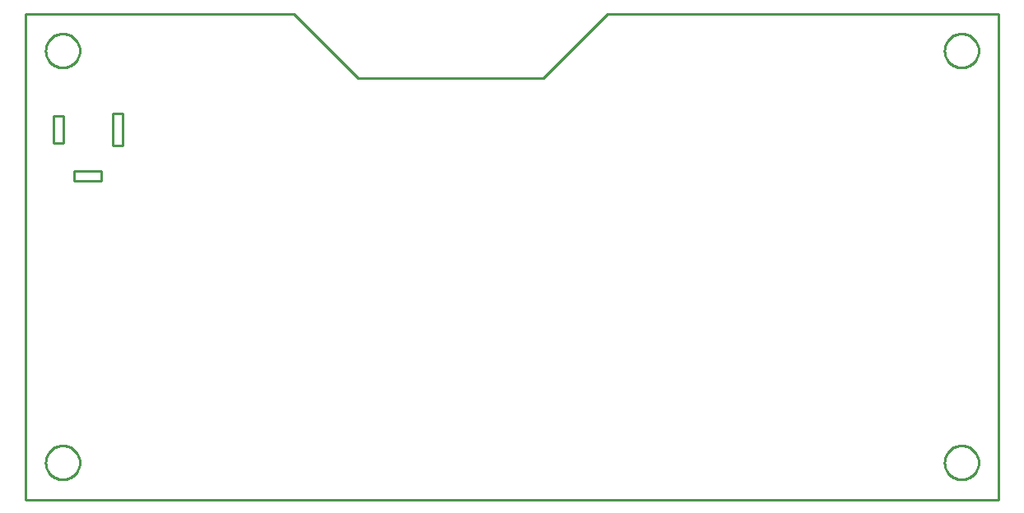
<source format=gbr>
G04 EAGLE Gerber RS-274X export*
G75*
%MOMM*%
%FSLAX34Y34*%
%LPD*%
%IN*%
%IPPOS*%
%AMOC8*
5,1,8,0,0,1.08239X$1,22.5*%
G01*
%ADD10C,0.254000*%


D10*
X0Y0D02*
X1000760Y0D01*
X1000760Y500380D01*
X598170Y500380D01*
X532130Y434340D01*
X341630Y434340D01*
X275590Y500380D01*
X0Y500380D01*
X0Y0D01*
X28500Y367000D02*
X38500Y367000D01*
X38500Y395000D01*
X28500Y395000D01*
X28500Y367000D01*
X89500Y364500D02*
X99500Y364500D01*
X99500Y397500D01*
X89500Y397500D01*
X89500Y364500D01*
X49500Y328000D02*
X77500Y328000D01*
X77500Y338000D01*
X49500Y338000D01*
X49500Y328000D01*
X55600Y37527D02*
X55525Y36384D01*
X55376Y35248D01*
X55152Y34124D01*
X54855Y33017D01*
X54487Y31932D01*
X54049Y30874D01*
X53542Y29846D01*
X52969Y28854D01*
X52332Y27901D01*
X51635Y26992D01*
X50879Y26131D01*
X50069Y25321D01*
X49208Y24565D01*
X48299Y23868D01*
X47346Y23231D01*
X46354Y22658D01*
X45326Y22151D01*
X44268Y21713D01*
X43183Y21345D01*
X42076Y21048D01*
X40952Y20825D01*
X39816Y20675D01*
X38673Y20600D01*
X37527Y20600D01*
X36384Y20675D01*
X35248Y20825D01*
X34124Y21048D01*
X33017Y21345D01*
X31932Y21713D01*
X30874Y22151D01*
X29846Y22658D01*
X28854Y23231D01*
X27901Y23868D01*
X26992Y24565D01*
X26131Y25321D01*
X25321Y26131D01*
X24565Y26992D01*
X23868Y27901D01*
X23231Y28854D01*
X22658Y29846D01*
X22151Y30874D01*
X21713Y31932D01*
X21345Y33017D01*
X21048Y34124D01*
X20825Y35248D01*
X20675Y36384D01*
X20600Y37527D01*
X20600Y38673D01*
X20675Y39816D01*
X20825Y40952D01*
X21048Y42076D01*
X21345Y43183D01*
X21713Y44268D01*
X22151Y45326D01*
X22658Y46354D01*
X23231Y47346D01*
X23868Y48299D01*
X24565Y49208D01*
X25321Y50069D01*
X26131Y50879D01*
X26992Y51635D01*
X27901Y52332D01*
X28854Y52969D01*
X29846Y53542D01*
X30874Y54049D01*
X31932Y54487D01*
X33017Y54855D01*
X34124Y55152D01*
X35248Y55376D01*
X36384Y55525D01*
X37527Y55600D01*
X38673Y55600D01*
X39816Y55525D01*
X40952Y55376D01*
X42076Y55152D01*
X43183Y54855D01*
X44268Y54487D01*
X45326Y54049D01*
X46354Y53542D01*
X47346Y52969D01*
X48299Y52332D01*
X49208Y51635D01*
X50069Y50879D01*
X50879Y50069D01*
X51635Y49208D01*
X52332Y48299D01*
X52969Y47346D01*
X53542Y46354D01*
X54049Y45326D01*
X54487Y44268D01*
X54855Y43183D01*
X55152Y42076D01*
X55376Y40952D01*
X55525Y39816D01*
X55600Y38673D01*
X55600Y37527D01*
X55600Y461707D02*
X55525Y460564D01*
X55376Y459428D01*
X55152Y458304D01*
X54855Y457197D01*
X54487Y456112D01*
X54049Y455054D01*
X53542Y454026D01*
X52969Y453034D01*
X52332Y452081D01*
X51635Y451172D01*
X50879Y450311D01*
X50069Y449501D01*
X49208Y448745D01*
X48299Y448048D01*
X47346Y447411D01*
X46354Y446838D01*
X45326Y446331D01*
X44268Y445893D01*
X43183Y445525D01*
X42076Y445228D01*
X40952Y445005D01*
X39816Y444855D01*
X38673Y444780D01*
X37527Y444780D01*
X36384Y444855D01*
X35248Y445005D01*
X34124Y445228D01*
X33017Y445525D01*
X31932Y445893D01*
X30874Y446331D01*
X29846Y446838D01*
X28854Y447411D01*
X27901Y448048D01*
X26992Y448745D01*
X26131Y449501D01*
X25321Y450311D01*
X24565Y451172D01*
X23868Y452081D01*
X23231Y453034D01*
X22658Y454026D01*
X22151Y455054D01*
X21713Y456112D01*
X21345Y457197D01*
X21048Y458304D01*
X20825Y459428D01*
X20675Y460564D01*
X20600Y461707D01*
X20600Y462853D01*
X20675Y463996D01*
X20825Y465132D01*
X21048Y466256D01*
X21345Y467363D01*
X21713Y468448D01*
X22151Y469506D01*
X22658Y470534D01*
X23231Y471526D01*
X23868Y472479D01*
X24565Y473388D01*
X25321Y474249D01*
X26131Y475059D01*
X26992Y475815D01*
X27901Y476512D01*
X28854Y477149D01*
X29846Y477722D01*
X30874Y478229D01*
X31932Y478667D01*
X33017Y479035D01*
X34124Y479332D01*
X35248Y479556D01*
X36384Y479705D01*
X37527Y479780D01*
X38673Y479780D01*
X39816Y479705D01*
X40952Y479556D01*
X42076Y479332D01*
X43183Y479035D01*
X44268Y478667D01*
X45326Y478229D01*
X46354Y477722D01*
X47346Y477149D01*
X48299Y476512D01*
X49208Y475815D01*
X50069Y475059D01*
X50879Y474249D01*
X51635Y473388D01*
X52332Y472479D01*
X52969Y471526D01*
X53542Y470534D01*
X54049Y469506D01*
X54487Y468448D01*
X54855Y467363D01*
X55152Y466256D01*
X55376Y465132D01*
X55525Y463996D01*
X55600Y462853D01*
X55600Y461707D01*
X980160Y461707D02*
X980085Y460564D01*
X979936Y459428D01*
X979712Y458304D01*
X979415Y457197D01*
X979047Y456112D01*
X978609Y455054D01*
X978102Y454026D01*
X977529Y453034D01*
X976892Y452081D01*
X976195Y451172D01*
X975439Y450311D01*
X974629Y449501D01*
X973768Y448745D01*
X972859Y448048D01*
X971906Y447411D01*
X970914Y446838D01*
X969886Y446331D01*
X968828Y445893D01*
X967743Y445525D01*
X966636Y445228D01*
X965512Y445005D01*
X964376Y444855D01*
X963233Y444780D01*
X962087Y444780D01*
X960944Y444855D01*
X959808Y445005D01*
X958684Y445228D01*
X957577Y445525D01*
X956492Y445893D01*
X955434Y446331D01*
X954406Y446838D01*
X953414Y447411D01*
X952461Y448048D01*
X951552Y448745D01*
X950691Y449501D01*
X949881Y450311D01*
X949125Y451172D01*
X948428Y452081D01*
X947791Y453034D01*
X947218Y454026D01*
X946711Y455054D01*
X946273Y456112D01*
X945905Y457197D01*
X945608Y458304D01*
X945385Y459428D01*
X945235Y460564D01*
X945160Y461707D01*
X945160Y462853D01*
X945235Y463996D01*
X945385Y465132D01*
X945608Y466256D01*
X945905Y467363D01*
X946273Y468448D01*
X946711Y469506D01*
X947218Y470534D01*
X947791Y471526D01*
X948428Y472479D01*
X949125Y473388D01*
X949881Y474249D01*
X950691Y475059D01*
X951552Y475815D01*
X952461Y476512D01*
X953414Y477149D01*
X954406Y477722D01*
X955434Y478229D01*
X956492Y478667D01*
X957577Y479035D01*
X958684Y479332D01*
X959808Y479556D01*
X960944Y479705D01*
X962087Y479780D01*
X963233Y479780D01*
X964376Y479705D01*
X965512Y479556D01*
X966636Y479332D01*
X967743Y479035D01*
X968828Y478667D01*
X969886Y478229D01*
X970914Y477722D01*
X971906Y477149D01*
X972859Y476512D01*
X973768Y475815D01*
X974629Y475059D01*
X975439Y474249D01*
X976195Y473388D01*
X976892Y472479D01*
X977529Y471526D01*
X978102Y470534D01*
X978609Y469506D01*
X979047Y468448D01*
X979415Y467363D01*
X979712Y466256D01*
X979936Y465132D01*
X980085Y463996D01*
X980160Y462853D01*
X980160Y461707D01*
X980160Y37527D02*
X980085Y36384D01*
X979936Y35248D01*
X979712Y34124D01*
X979415Y33017D01*
X979047Y31932D01*
X978609Y30874D01*
X978102Y29846D01*
X977529Y28854D01*
X976892Y27901D01*
X976195Y26992D01*
X975439Y26131D01*
X974629Y25321D01*
X973768Y24565D01*
X972859Y23868D01*
X971906Y23231D01*
X970914Y22658D01*
X969886Y22151D01*
X968828Y21713D01*
X967743Y21345D01*
X966636Y21048D01*
X965512Y20825D01*
X964376Y20675D01*
X963233Y20600D01*
X962087Y20600D01*
X960944Y20675D01*
X959808Y20825D01*
X958684Y21048D01*
X957577Y21345D01*
X956492Y21713D01*
X955434Y22151D01*
X954406Y22658D01*
X953414Y23231D01*
X952461Y23868D01*
X951552Y24565D01*
X950691Y25321D01*
X949881Y26131D01*
X949125Y26992D01*
X948428Y27901D01*
X947791Y28854D01*
X947218Y29846D01*
X946711Y30874D01*
X946273Y31932D01*
X945905Y33017D01*
X945608Y34124D01*
X945385Y35248D01*
X945235Y36384D01*
X945160Y37527D01*
X945160Y38673D01*
X945235Y39816D01*
X945385Y40952D01*
X945608Y42076D01*
X945905Y43183D01*
X946273Y44268D01*
X946711Y45326D01*
X947218Y46354D01*
X947791Y47346D01*
X948428Y48299D01*
X949125Y49208D01*
X949881Y50069D01*
X950691Y50879D01*
X951552Y51635D01*
X952461Y52332D01*
X953414Y52969D01*
X954406Y53542D01*
X955434Y54049D01*
X956492Y54487D01*
X957577Y54855D01*
X958684Y55152D01*
X959808Y55376D01*
X960944Y55525D01*
X962087Y55600D01*
X963233Y55600D01*
X964376Y55525D01*
X965512Y55376D01*
X966636Y55152D01*
X967743Y54855D01*
X968828Y54487D01*
X969886Y54049D01*
X970914Y53542D01*
X971906Y52969D01*
X972859Y52332D01*
X973768Y51635D01*
X974629Y50879D01*
X975439Y50069D01*
X976195Y49208D01*
X976892Y48299D01*
X977529Y47346D01*
X978102Y46354D01*
X978609Y45326D01*
X979047Y44268D01*
X979415Y43183D01*
X979712Y42076D01*
X979936Y40952D01*
X980085Y39816D01*
X980160Y38673D01*
X980160Y37527D01*
M02*

</source>
